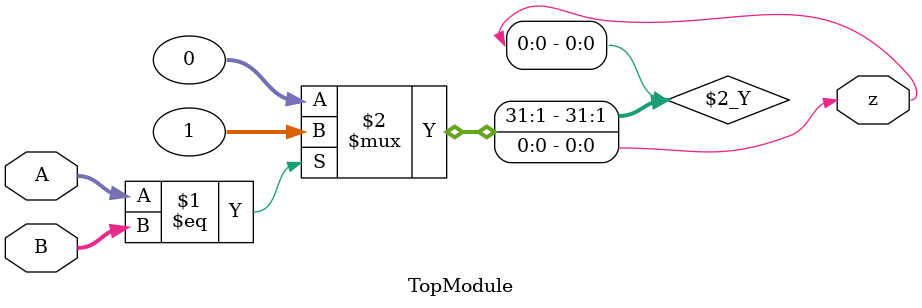
<source format=sv>
module TopModule
(
  input  logic [1:0] A,
  input  logic [1:0] B,
  output logic       z
);

  // Combinational logic

  assign z = (A == B) ? 1 : 0;

endmodule
</source>
